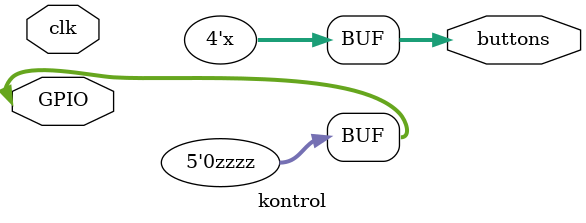
<source format=v>
module kontrol(
    input clk,
    inout [4:0] GPIO,  // 5 pins: 4 buttons + 1 common
    output reg [3:0] buttons
);

// Internal signals
reg [3:0] button_sync [1:0];  // Two-stage synchronizer
reg [3:0] button_debounced;
reg [19:0] debounce_counter;  // 20-bit counter for debouncing
reg [3:0] button_stable;

// GPIO pin assignments based on DE1-SoC GPIO_0 connector pinout (odd pins):
// GPIO[0] = Physical Pin 1 (GPIO_0_D0) = Button 1
// GPIO[1] = Physical Pin 3 (GPIO_0_D2) = Button 2  
// GPIO[2] = Physical Pin 5 (GPIO_0_D4) = Button 3
// GPIO[3] = Physical Pin 7 (GPIO_0_D6) = Button 4
// GPIO[4] = Physical Pin 9 (GPIO_0_D8) = Common (connect to ground)

// Set common pin as output (ground)
assign GPIO[4] = 1'b0;

// Set button pins as inputs with internal pull-ups
// The buttons will pull the pins low when pressed
assign GPIO[3:0] = 4'bzzzz;  // High impedance (input mode)

/*
// Two-stage synchronizer to prevent metastability
always @(posedge clk) begin
    button_sync[0] <= ~GPIO[3:0];  // Invert because buttons are active low
    button_sync[1] <= button_sync[0];
end

// Debouncing logic
always @(posedge clk) begin
    if (button_sync[1] != button_stable) begin
        debounce_counter <= 0;
        button_stable <= button_sync[1];
    end else if (debounce_counter < 20'd1000000) begin  // ~20ms at 50MHz
        debounce_counter <= debounce_counter + 1;
    end else begin
        button_debounced <= button_stable;
    end
end

// Output assignment
always @(posedge clk) begin
    buttons <= button_debounced;
end
*/

always @(*) begin
	buttons = ~GPIO[3:0];

end

endmodule
</source>
